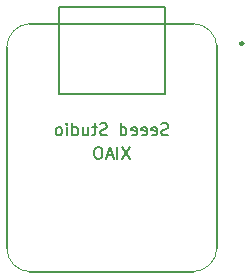
<source format=gbr>
%TF.GenerationSoftware,KiCad,Pcbnew,8.0.5*%
%TF.CreationDate,2024-10-19T20:03:01-04:00*%
%TF.ProjectId,Hackclub,4861636b-636c-4756-922e-6b696361645f,rev?*%
%TF.SameCoordinates,Original*%
%TF.FileFunction,Legend,Bot*%
%TF.FilePolarity,Positive*%
%FSLAX46Y46*%
G04 Gerber Fmt 4.6, Leading zero omitted, Abs format (unit mm)*
G04 Created by KiCad (PCBNEW 8.0.5) date 2024-10-19 20:03:01*
%MOMM*%
%LPD*%
G01*
G04 APERTURE LIST*
%ADD10C,0.150000*%
%ADD11C,0.025400*%
%ADD12C,0.254000*%
%ADD13C,0.120000*%
%ADD14C,0.127000*%
G04 APERTURE END LIST*
D10*
X131898808Y-62574819D02*
X131232142Y-63574819D01*
X131232142Y-62574819D02*
X131898808Y-63574819D01*
X130851189Y-63574819D02*
X130851189Y-62574819D01*
X130422618Y-63289104D02*
X129946428Y-63289104D01*
X130517856Y-63574819D02*
X130184523Y-62574819D01*
X130184523Y-62574819D02*
X129851190Y-63574819D01*
X129327380Y-62574819D02*
X129136904Y-62574819D01*
X129136904Y-62574819D02*
X129041666Y-62622438D01*
X129041666Y-62622438D02*
X128946428Y-62717676D01*
X128946428Y-62717676D02*
X128898809Y-62908152D01*
X128898809Y-62908152D02*
X128898809Y-63241485D01*
X128898809Y-63241485D02*
X128946428Y-63431961D01*
X128946428Y-63431961D02*
X129041666Y-63527200D01*
X129041666Y-63527200D02*
X129136904Y-63574819D01*
X129136904Y-63574819D02*
X129327380Y-63574819D01*
X129327380Y-63574819D02*
X129422618Y-63527200D01*
X129422618Y-63527200D02*
X129517856Y-63431961D01*
X129517856Y-63431961D02*
X129565475Y-63241485D01*
X129565475Y-63241485D02*
X129565475Y-62908152D01*
X129565475Y-62908152D02*
X129517856Y-62717676D01*
X129517856Y-62717676D02*
X129422618Y-62622438D01*
X129422618Y-62622438D02*
X129327380Y-62574819D01*
X135136904Y-61527200D02*
X134994047Y-61574819D01*
X134994047Y-61574819D02*
X134755952Y-61574819D01*
X134755952Y-61574819D02*
X134660714Y-61527200D01*
X134660714Y-61527200D02*
X134613095Y-61479580D01*
X134613095Y-61479580D02*
X134565476Y-61384342D01*
X134565476Y-61384342D02*
X134565476Y-61289104D01*
X134565476Y-61289104D02*
X134613095Y-61193866D01*
X134613095Y-61193866D02*
X134660714Y-61146247D01*
X134660714Y-61146247D02*
X134755952Y-61098628D01*
X134755952Y-61098628D02*
X134946428Y-61051009D01*
X134946428Y-61051009D02*
X135041666Y-61003390D01*
X135041666Y-61003390D02*
X135089285Y-60955771D01*
X135089285Y-60955771D02*
X135136904Y-60860533D01*
X135136904Y-60860533D02*
X135136904Y-60765295D01*
X135136904Y-60765295D02*
X135089285Y-60670057D01*
X135089285Y-60670057D02*
X135041666Y-60622438D01*
X135041666Y-60622438D02*
X134946428Y-60574819D01*
X134946428Y-60574819D02*
X134708333Y-60574819D01*
X134708333Y-60574819D02*
X134565476Y-60622438D01*
X133755952Y-61527200D02*
X133851190Y-61574819D01*
X133851190Y-61574819D02*
X134041666Y-61574819D01*
X134041666Y-61574819D02*
X134136904Y-61527200D01*
X134136904Y-61527200D02*
X134184523Y-61431961D01*
X134184523Y-61431961D02*
X134184523Y-61051009D01*
X134184523Y-61051009D02*
X134136904Y-60955771D01*
X134136904Y-60955771D02*
X134041666Y-60908152D01*
X134041666Y-60908152D02*
X133851190Y-60908152D01*
X133851190Y-60908152D02*
X133755952Y-60955771D01*
X133755952Y-60955771D02*
X133708333Y-61051009D01*
X133708333Y-61051009D02*
X133708333Y-61146247D01*
X133708333Y-61146247D02*
X134184523Y-61241485D01*
X132898809Y-61527200D02*
X132994047Y-61574819D01*
X132994047Y-61574819D02*
X133184523Y-61574819D01*
X133184523Y-61574819D02*
X133279761Y-61527200D01*
X133279761Y-61527200D02*
X133327380Y-61431961D01*
X133327380Y-61431961D02*
X133327380Y-61051009D01*
X133327380Y-61051009D02*
X133279761Y-60955771D01*
X133279761Y-60955771D02*
X133184523Y-60908152D01*
X133184523Y-60908152D02*
X132994047Y-60908152D01*
X132994047Y-60908152D02*
X132898809Y-60955771D01*
X132898809Y-60955771D02*
X132851190Y-61051009D01*
X132851190Y-61051009D02*
X132851190Y-61146247D01*
X132851190Y-61146247D02*
X133327380Y-61241485D01*
X132041666Y-61527200D02*
X132136904Y-61574819D01*
X132136904Y-61574819D02*
X132327380Y-61574819D01*
X132327380Y-61574819D02*
X132422618Y-61527200D01*
X132422618Y-61527200D02*
X132470237Y-61431961D01*
X132470237Y-61431961D02*
X132470237Y-61051009D01*
X132470237Y-61051009D02*
X132422618Y-60955771D01*
X132422618Y-60955771D02*
X132327380Y-60908152D01*
X132327380Y-60908152D02*
X132136904Y-60908152D01*
X132136904Y-60908152D02*
X132041666Y-60955771D01*
X132041666Y-60955771D02*
X131994047Y-61051009D01*
X131994047Y-61051009D02*
X131994047Y-61146247D01*
X131994047Y-61146247D02*
X132470237Y-61241485D01*
X131136904Y-61574819D02*
X131136904Y-60574819D01*
X131136904Y-61527200D02*
X131232142Y-61574819D01*
X131232142Y-61574819D02*
X131422618Y-61574819D01*
X131422618Y-61574819D02*
X131517856Y-61527200D01*
X131517856Y-61527200D02*
X131565475Y-61479580D01*
X131565475Y-61479580D02*
X131613094Y-61384342D01*
X131613094Y-61384342D02*
X131613094Y-61098628D01*
X131613094Y-61098628D02*
X131565475Y-61003390D01*
X131565475Y-61003390D02*
X131517856Y-60955771D01*
X131517856Y-60955771D02*
X131422618Y-60908152D01*
X131422618Y-60908152D02*
X131232142Y-60908152D01*
X131232142Y-60908152D02*
X131136904Y-60955771D01*
X129946427Y-61527200D02*
X129803570Y-61574819D01*
X129803570Y-61574819D02*
X129565475Y-61574819D01*
X129565475Y-61574819D02*
X129470237Y-61527200D01*
X129470237Y-61527200D02*
X129422618Y-61479580D01*
X129422618Y-61479580D02*
X129374999Y-61384342D01*
X129374999Y-61384342D02*
X129374999Y-61289104D01*
X129374999Y-61289104D02*
X129422618Y-61193866D01*
X129422618Y-61193866D02*
X129470237Y-61146247D01*
X129470237Y-61146247D02*
X129565475Y-61098628D01*
X129565475Y-61098628D02*
X129755951Y-61051009D01*
X129755951Y-61051009D02*
X129851189Y-61003390D01*
X129851189Y-61003390D02*
X129898808Y-60955771D01*
X129898808Y-60955771D02*
X129946427Y-60860533D01*
X129946427Y-60860533D02*
X129946427Y-60765295D01*
X129946427Y-60765295D02*
X129898808Y-60670057D01*
X129898808Y-60670057D02*
X129851189Y-60622438D01*
X129851189Y-60622438D02*
X129755951Y-60574819D01*
X129755951Y-60574819D02*
X129517856Y-60574819D01*
X129517856Y-60574819D02*
X129374999Y-60622438D01*
X129089284Y-60908152D02*
X128708332Y-60908152D01*
X128946427Y-60574819D02*
X128946427Y-61431961D01*
X128946427Y-61431961D02*
X128898808Y-61527200D01*
X128898808Y-61527200D02*
X128803570Y-61574819D01*
X128803570Y-61574819D02*
X128708332Y-61574819D01*
X127946427Y-60908152D02*
X127946427Y-61574819D01*
X128374998Y-60908152D02*
X128374998Y-61431961D01*
X128374998Y-61431961D02*
X128327379Y-61527200D01*
X128327379Y-61527200D02*
X128232141Y-61574819D01*
X128232141Y-61574819D02*
X128089284Y-61574819D01*
X128089284Y-61574819D02*
X127994046Y-61527200D01*
X127994046Y-61527200D02*
X127946427Y-61479580D01*
X127041665Y-61574819D02*
X127041665Y-60574819D01*
X127041665Y-61527200D02*
X127136903Y-61574819D01*
X127136903Y-61574819D02*
X127327379Y-61574819D01*
X127327379Y-61574819D02*
X127422617Y-61527200D01*
X127422617Y-61527200D02*
X127470236Y-61479580D01*
X127470236Y-61479580D02*
X127517855Y-61384342D01*
X127517855Y-61384342D02*
X127517855Y-61098628D01*
X127517855Y-61098628D02*
X127470236Y-61003390D01*
X127470236Y-61003390D02*
X127422617Y-60955771D01*
X127422617Y-60955771D02*
X127327379Y-60908152D01*
X127327379Y-60908152D02*
X127136903Y-60908152D01*
X127136903Y-60908152D02*
X127041665Y-60955771D01*
X126565474Y-61574819D02*
X126565474Y-60908152D01*
X126565474Y-60574819D02*
X126613093Y-60622438D01*
X126613093Y-60622438D02*
X126565474Y-60670057D01*
X126565474Y-60670057D02*
X126517855Y-60622438D01*
X126517855Y-60622438D02*
X126565474Y-60574819D01*
X126565474Y-60574819D02*
X126565474Y-60670057D01*
X125946427Y-61574819D02*
X126041665Y-61527200D01*
X126041665Y-61527200D02*
X126089284Y-61479580D01*
X126089284Y-61479580D02*
X126136903Y-61384342D01*
X126136903Y-61384342D02*
X126136903Y-61098628D01*
X126136903Y-61098628D02*
X126089284Y-61003390D01*
X126089284Y-61003390D02*
X126041665Y-60955771D01*
X126041665Y-60955771D02*
X125946427Y-60908152D01*
X125946427Y-60908152D02*
X125803570Y-60908152D01*
X125803570Y-60908152D02*
X125708332Y-60955771D01*
X125708332Y-60955771D02*
X125660713Y-61003390D01*
X125660713Y-61003390D02*
X125613094Y-61098628D01*
X125613094Y-61098628D02*
X125613094Y-61384342D01*
X125613094Y-61384342D02*
X125660713Y-61479580D01*
X125660713Y-61479580D02*
X125708332Y-61527200D01*
X125708332Y-61527200D02*
X125803570Y-61574819D01*
X125803570Y-61574819D02*
X125946427Y-61574819D01*
D11*
%TO.C,U1*%
X121532752Y-71530955D02*
X121522847Y-71482950D01*
X121513956Y-71434690D01*
X121506336Y-71386175D01*
X121499732Y-71337407D01*
X121494399Y-71288639D01*
X121490335Y-71239618D01*
X121487287Y-71190850D01*
X121485508Y-71141574D01*
X121532752Y-71530955D01*
X139259667Y-54009527D02*
X139262715Y-54058295D01*
X139255603Y-53960506D01*
X139259667Y-54009527D01*
D12*
X141502000Y-53820000D02*
G75*
G02*
X141248000Y-53820000I-127000J0D01*
G01*
X141248000Y-53820000D02*
G75*
G02*
X141502000Y-53820000I127000J0D01*
G01*
D13*
X139275000Y-71120000D02*
G75*
G02*
X137275000Y-73120000I-2044857J44857D01*
G01*
X137275000Y-52120000D02*
G75*
G02*
X139275000Y-54120000I-44612J-2044612D01*
G01*
X123475000Y-73120000D02*
G75*
G02*
X121475000Y-71120000I0J2000000D01*
G01*
X121475000Y-54120000D02*
G75*
G02*
X123475000Y-52120000I2044610J-44610D01*
G01*
D14*
X139275000Y-71120000D02*
X139275000Y-54120000D01*
X137275000Y-52120910D02*
X123475000Y-52120910D01*
X134875000Y-58049270D02*
X125875000Y-58049270D01*
X134875000Y-50695970D02*
X134875000Y-58049270D01*
X125875000Y-58049270D02*
X125875000Y-50695970D01*
X125875000Y-50695970D02*
X134875000Y-50695970D01*
X123475000Y-73120000D02*
X137275000Y-73120000D01*
X121475000Y-54120000D02*
X121475000Y-71120000D01*
%TD*%
M02*

</source>
